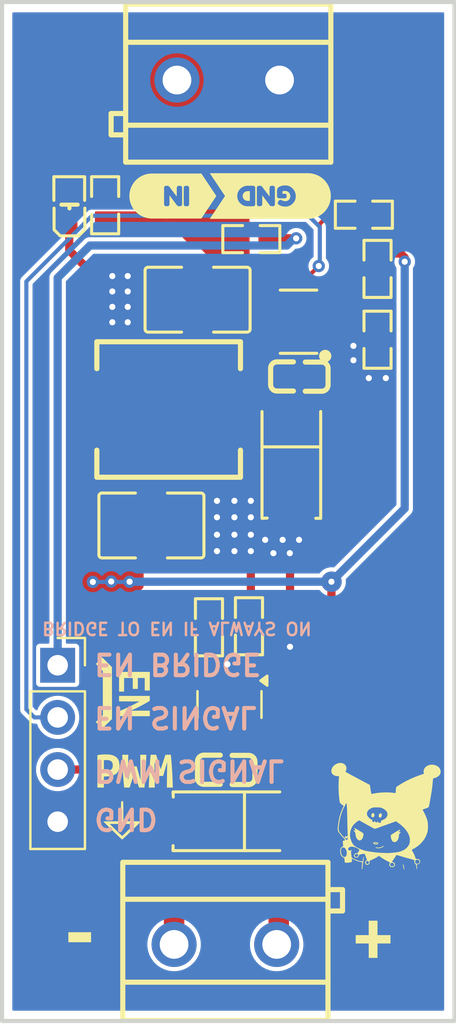
<source format=kicad_pcb>
(kicad_pcb (version 20241229) (generator "pcbnew") (generator_version "9.0")
  (layers (0 "F.Cu" signal) (2 "B.Cu" signal) (13 "F.Paste" user) (15 "B.Paste" user) (5 "F.SilkS" user "F.Silkscreen") (7 "B.SilkS" user "B.Silkscreen") (1 "F.Mask" user) (3 "B.Mask" user) (25 "Edge.Cuts" user))
  (net 0 "")
  (net 1 "/BS")
  (net 2 "/IN")
  (net 3 "/GND")
  (net 4 "/12V")
  (net 5 "/FB")
  (net 6 "/EN")
  (net 7 "Net-(LED1-A)")
  (net 8 "/SW")
  (net 9 "Net-(Q1-G)")
  (net 10 "/PWM")
  (net 11 "/EN_BR")
  (net 12 "/FAN-")
  (footprint "easyeda2kicad:R0603" (layer "F.Cu") (at 118.535 47.71 90)
    (property "Reference" "R5" (hide yes))
    (property "Value" "10K" (hide yes))
    (pad "1" smd rect (at -0.75 0 90) (size 0.81 0.86) (layers "F.Cu" "F.Mask" "F.Paste") (net 9 "Net-(Q1-G)"))
    (pad "2" smd rect (at 0.75 0 90) (size 0.81 0.86) (layers "F.Cu" "F.Mask" "F.Paste") (net 10 "/PWM"))
  )
  (footprint "kibuzzard-68139A75" (layer "F.Cu") (at 114.901702 50.961623 -90)
    (property "Reference" "kibuzzard-68139A75" (hide yes))
    (property "Value" "G***" (hide yes))
  )
  (footprint "easyeda2kicad:IND-SMD_L7.0-W6.6_0630CDMCCDS" (layer "F.Cu") (at 116.57 37.1)
    (property "Reference" "L1" (hide yes))
    (property "Value" "10uH" (hide yes))
    (pad "1" smd rect (at -3.03 0) (size 2.35 3.5) (layers "F.Cu" "F.Mask" "F.Paste") (net 4 "/12V"))
    (pad "2" smd rect (at 3.03 0) (size 2.35 3.5) (layers "F.Cu" "F.Mask" "F.Paste") (net 8 "/SW"))
  )
  (footprint "easyeda2kicad:R0603" (layer "F.Cu") (at 113.475 27.15 -90)
    (property "Reference" "R4" (hide yes))
    (property "Value" "R1" (hide yes))
    (pad "1" smd rect (at -0.75 0 270) (size 0.81 0.86) (layers "F.Cu" "F.Mask" "F.Paste") (net 7 "Net-(LED1-A)"))
    (pad "2" smd rect (at 0.75 0 270) (size 0.81 0.86) (layers "F.Cu" "F.Mask" "F.Paste") (net 2 "/IN"))
  )
  (footprint "LOGO" (layer "F.Cu") (at 126.885 56.566062)
    (property "Reference" "G***" (hide yes))
    (property "Value" "LOGO" (hide yes))
  )
  (footprint "Package_TO_SOT_SMD:SOT-23" (layer "F.Cu") (at 119.535 51.4725 -90)
    (property "Reference" "Q1" (hide yes))
    (property "Value" "AO3400A" (hide yes))
    (pad "1" smd roundrect (at -0.9375 -0.95 270) (size 1.475 0.6) (layers "F.Cu" "F.Mask" "F.Paste") (net 9 "Net-(Q1-G)"))
    (pad "2" smd roundrect (at -0.9375 0.95 270) (size 1.475 0.6) (layers "F.Cu" "F.Mask" "F.Paste") (net 3 "/GND"))
    (pad "3" smd roundrect (at 0.9375 0 270) (size 1.475 0.6) (layers "F.Cu" "F.Mask" "F.Paste") (net 12 "/FAN-"))
  )
  (footprint "kibuzzard-67F7E75E" (layer "F.Cu") (at 112.235 62.81)
    (property "Reference" "kibuzzard-67F7E75E" (hide yes))
    (property "Value" "G***" (hide yes))
  )
  (footprint "easyeda2kicad:C0603" (layer "F.Cu") (at 122.95 35.5)
    (property "Reference" "C1" (hide yes))
    (property "Value" "1uF 25V" (hide yes))
    (pad "1" smd rect (at -0.7 0) (size 0.8 0.9) (layers "F.Cu" "F.Mask" "F.Paste") (net 8 "/SW"))
    (pad "2" smd rect (at 0.7 0) (size 0.8 0.9) (layers "F.Cu" "F.Mask" "F.Paste") (net 1 "/BS"))
  )
  (footprint "kibuzzard-68139A87" (layer "F.Cu") (at 114.935 54.71)
    (property "Reference" "kibuzzard-68139A87" (hide yes))
    (property "Value" "G***" (hide yes))
  )
  (footprint "easyeda2kicad:SOT-23-6_L2.9-W1.6-P0.95-LS2.8-BL" (layer "F.Cu") (at 122.9 32.8225 90)
    (property "Reference" "U1" (hide yes))
    (property "Value" "ME3116" (hide yes))
    (pad "1" smd rect (at -0.95 1.15 90) (size 0.53 1.07) (layers "F.Cu" "F.Mask" "F.Paste") (net 1 "/BS"))
    (pad "2" smd rect (at 0 1.15 90) (size 0.53 1.07) (layers "F.Cu" "F.Mask" "F.Paste") (net 3 "/GND"))
    (pad "3" smd rect (at 0.95 1.15 90) (size 0.53 1.07) (layers "F.Cu" "F.Mask" "F.Paste") (net 5 "/FB"))
    (pad "4" smd rect (at 0.95 -1.15 90) (size 0.53 1.07) (layers "F.Cu" "F.Mask" "F.Paste") (net 6 "/EN"))
    (pad "5" smd rect (at 0 -1.15 90) (size 0.53 1.07) (layers "F.Cu" "F.Mask" "F.Paste") (net 2 "/IN"))
    (pad "6" smd rect (at -0.95 -1.15 90) (size 0.53 1.07) (layers "F.Cu" "F.Mask" "F.Paste") (net 8 "/SW"))
  )
  (footprint "easyeda2kicad:LED0603-R-RD" (layer "F.Cu") (at 111.725 27.2 90)
    (property "Reference" "LED1" (hide yes))
    (property "Value" "GREEN" (hide yes))
    (pad "1" smd rect (at 0.85 0 180) (size 0.8 0.8) (layers "F.Cu" "F.Mask" "F.Paste") (net 7 "Net-(LED1-A)"))
    (pad "2" smd rect (at -0.85 0 180) (size 0.8 0.8) (layers "F.Cu" "F.Mask" "F.Paste") (net 3 "/GND"))
  )
  (footprint "kibuzzard-67E9F36D" (layer "F.Cu") (at 121.525 26.7 180)
    (property "Reference" "kibuzzard-67E9F36D" (hide yes))
    (property "Value" "G***" (hide yes))
  )
  (footprint "easyeda2kicad:SMA_L4.3-W2.6-LS5.2-RD" (layer "F.Cu") (at 122.55 39.8 -90)
    (property "Reference" "D1" (hide yes))
    (property "Value" "SS34" (hide yes))
    (pad "1" smd rect (at -2.2 0 90) (size 2 2) (layers "F.Cu" "F.Mask" "F.Paste") (net 8 "/SW"))
    (pad "2" smd rect (at 2.2 0 90) (size 2 2) (layers "F.Cu" "F.Mask" "F.Paste") (net 3 "/GND"))
  )
  (footprint "easyeda2kicad:C1210" (layer "F.Cu") (at 117.98 31.75)
    (property "Reference" "C2" (hide yes))
    (property "Value" "10uF 50V" (hide yes))
    (pad "1" smd rect (at -1.52 0) (size 1.63 2.7) (layers "F.Cu" "F.Mask" "F.Paste") (net 3 "/GND"))
    (pad "2" smd rect (at 1.52 0) (size 1.63 2.7) (layers "F.Cu" "F.Mask" "F.Paste") (net 2 "/IN"))
  )
  (footprint "easyeda2kicad:R0603" (layer "F.Cu") (at 126.085 27.61)
    (property "Reference" "R7" (hide yes))
    (property "Value" "100k" (hide yes))
    (pad "1" smd rect (at -0.75 0) (size 0.81 0.86) (layers "F.Cu" "F.Mask" "F.Paste") (net 6 "/EN"))
    (pad "2" smd rect (at 0.75 0) (size 0.81 0.86) (layers "F.Cu" "F.Mask" "F.Paste") (net 3 "/GND"))
  )
  (footprint "easyeda2kicad:R0603" (layer "F.Cu") (at 120.485 47.66 90)
    (property "Reference" "R6" (hide yes))
    (property "Value" "10K" (hide yes))
    (pad "1" smd rect (at -0.75 0 90) (size 0.81 0.86) (layers "F.Cu" "F.Mask" "F.Paste") (net 9 "Net-(Q1-G)"))
    (pad "2" smd rect (at 0.75 0 90) (size 0.81 0.86) (layers "F.Cu" "F.Mask" "F.Paste") (net 3 "/GND"))
  )
  (footprint "Connector_PinSocket_2.54mm:PinSocket_1x04_P2.54mm_Vertical" (layer "F.Cu") (at 111.16 49.56)
    (property "Reference" "J1" (hide yes))
    (property "Value" "Conn_01x04_Pin" (hide yes))
    (pad "1" thru_hole rect (at 0 0) (size 1.7 1.7) (drill 1) (layers "*.Cu" "*.Mask") (net 11 "/EN_BR"))
    (pad "2" thru_hole circle (at 0 2.54) (size 1.7 1.7) (drill 1) (layers "*.Cu" "*.Mask") (net 6 "/EN"))
    (pad "3" thru_hole circle (at 0 5.08) (size 1.7 1.7) (drill 1) (layers "*.Cu" "*.Mask") (net 10 "/PWM"))
    (pad "4" thru_hole circle (at 0 7.62) (size 1.7 1.7) (drill 1) (layers "*.Cu" "*.Mask") (net 3 "/GND"))
  )
  (footprint "easyeda2kicad:C1210" (layer "F.Cu") (at 115.73 42.75 180)
    (property "Reference" "C3" (hide yes))
    (property "Value" "22uF 25V" (hide yes))
    (pad "1" smd rect (at -1.52 0 180) (size 1.63 2.7) (layers "F.Cu" "F.Mask" "F.Paste") (net 3 "/GND"))
    (pad "2" smd rect (at 1.52 0 180) (size 1.63 2.7) (layers "F.Cu" "F.Mask" "F.Paste") (net 4 "/12V"))
  )
  (footprint "kibuzzard-67F7E74D" (layer "F.Cu") (at 126.535 62.91)
    (property "Reference" "kibuzzard-67F7E74D" (hide yes))
    (property "Value" "G***" (hide yes))
  )
  (footprint "easyeda2kicad:R0603" (layer "F.Cu") (at 126.75 33.7 90)
    (property "Reference" "R2" (hide yes))
    (property "Value" "R1" (hide yes))
    (pad "1" smd rect (at -0.75 0 90) (size 0.81 0.86) (layers "F.Cu" "F.Mask" "F.Paste") (net 3 "/GND"))
    (pad "2" smd rect (at 0.75 0 90) (size 0.81 0.86) (layers "F.Cu" "F.Mask" "F.Paste") (net 5 "/FB"))
  )
  (footprint "easyeda2kicad:C0603" (layer "F.Cu") (at 119.385 54.66)
    (property "Reference" "C4" (hide yes))
    (property "Value" "1uF" (hide yes))
    (pad "1" smd rect (at -0.7 0) (size 0.8 0.9) (layers "F.Cu" "F.Mask" "F.Paste") (net 12 "/FAN-"))
    (pad "2" smd rect (at 0.7 0) (size 0.8 0.9) (layers "F.Cu" "F.Mask" "F.Paste") (net 4 "/12V"))
  )
  (footprint "LOGO" (layer "F.Cu") (at 114.901702 50.961623 -90)
    (property "Reference" "G***" (hide yes))
    (property "Value" "LOGO" (hide yes))
  )
  (footprint "LOGO" (layer "F.Cu") (at 114.435 57.21)
    (property "Reference" "G***" (hide yes))
    (property "Value" "LOGO" (hide yes))
  )
  (footprint "easyeda2kicad:R0603" (layer "F.Cu") (at 126.75 30.25 90)
    (property "Reference" "R1" (hide yes))
    (property "Value" "R1" (hide yes))
    (pad "1" smd rect (at -0.75 0 90) (size 0.81 0.86) (layers "F.Cu" "F.Mask" "F.Paste") (net 5 "/FB"))
    (pad "2" smd rect (at 0.75 0 90) (size 0.81 0.86) (layers "F.Cu" "F.Mask" "F.Paste") (net 4 "/12V"))
  )
  (footprint "easyeda2kicad:CONN-TH_P5.00_KF301-5.0-2P" (layer "F.Cu") (at 119.335 63.16)
    (property "Reference" "U4" (hide yes))
    (property "Value" "OUTPUT" (hide yes))
    (pad "1" thru_hole circle (at -2.5 0) (size 2.2 2.2) (drill 1.399997) (layers "*.Cu" "*.Mask") (net 12 "/FAN-"))
    (pad "2" thru_hole circle (at 2.5 0) (size 2.2 2.2) (drill 1.399997) (layers "*.Cu" "*.Mask") (net 4 "/12V"))
  )
  (footprint "kibuzzard-67E9F317" (layer "F.Cu") (at 116.775 26.7 180)
    (property "Reference" "kibuzzard-67E9F317" (hide yes))
    (property "Value" "G***" (hide yes))
  )
  (footprint "easyeda2kicad:R0603" (layer "F.Cu") (at 120.6 28.8)
    (property "Reference" "R3" (hide yes))
    (property "Value" "1M" (hide yes))
    (pad "1" smd rect (at -0.75 0) (size 0.81 0.86) (layers "F.Cu" "F.Mask" "F.Paste") (net 2 "/IN"))
    (pad "2" smd rect (at 0.75 0) (size 0.81 0.86) (layers "F.Cu" "F.Mask" "F.Paste") (net 11 "/EN_BR"))
  )
  (footprint "easyeda2kicad:CONN-TH_P5.00_KF301-5.0-2P" (layer "F.Cu") (at 119.475 21.05 180)
    (property "Reference" "U3" (hide yes))
    (property "Value" "INPUT" (hide yes))
    (pad "1" thru_hole circle (at -2.5 0 180) (size 2.2 2.2) (drill 1.399997) (layers "*.Cu" "*.Mask") (net 3 "/GND"))
    (pad "2" thru_hole circle (at 2.5 0 180) (size 2.2 2.2) (drill 1.399997) (layers "*.Cu" "*.Mask") (net 2 "/IN"))
  )
  (footprint "easyeda2kicad:SMA_L4.3-W2.6-LS5.2-RD" (layer "F.Cu") (at 119.385 57.16 180)
    (property "Reference" "D2" (hide yes))
    (property "Value" "SS34" (hide yes))
    (pad "1" smd rect (at -2.2 0) (size 2 2) (layers "F.Cu" "F.Mask" "F.Paste") (net 4 "/12V"))
    (pad "2" smd rect (at 2.2 0) (size 2 2) (layers "F.Cu" "F.Mask" "F.Paste") (net 12 "/FAN-"))
  )
  (gr_rect (start 108.45 17.25) (end 130.5 66.89) (stroke (width 0.2)) (fill no) (layer "Edge.Cuts"))
  (gr_text "EN SINGAL\n" (at 112.835 51.51 180) (layer "B.SilkS") (effects (font (size 1 1) (thickness 0.2) (bold yes)) (justify left bottom mirror)))
  (gr_text "EN BRIDGE\n" (at 112.835 48.91 180) (layer "B.SilkS") (effects (font (size 1 1) (thickness 0.2) (bold yes)) (justify left bottom mirror)))
  (gr_text "GND\n" (at 112.835 56.46 180) (layer "B.SilkS") (effects (font (size 1 1) (thickness 0.2) (bold yes)) (justify left bottom mirror)))
  (gr_text "PWM SIGNAL\n" (at 112.835 54.11 180) (layer "B.SilkS") (effects (font (size 1 1) (thickness 0.2) (bold yes)) (justify left bottom mirror)))
  (gr_text "BRIDGE TO EN IF ALWAYS ON" (at 110.335 47.41 180) (layer "B.SilkS") (effects (font (size 0.6 0.6) (thickness 0.12) (bold yes)) (justify left bottom mirror)))
  (segment (start 111.725 28.05) (end 111.725 29.35) (width 0.4) (layer "F.Cu") (net 3))
  (segment (start 122.485 48.66) (end 122.485 44.11) (width 0.4) (layer "F.Cu") (net 3))
  (segment (start 111.725 29.35) (end 112.975 30.6) (width 0.4) (layer "F.Cu") (net 3))
  (segment (start 126.835 27.61) (end 126.835 21.96) (width 0.4) (layer "F.Cu") (net 3))
  (segment (start 112.975 30.6) (end 113.825 30.6) (width 0.4) (layer "F.Cu") (net 3))
  (segment (start 120.575 46.82) (end 120.485 46.91) (width 0.4) (layer "F.Cu") (net 3))
  (segment (start 118.835 49.56) (end 118.885 49.51) (width 0.2) (layer "F.Cu") (net 3))
  (segment (start 118.885 49.51) (end 119.435 49.51) (width 0.4) (layer "F.Cu") (net 3))
  (segment (start 118.585 49.81) (end 118.835 49.56) (width 0.4) (layer "F.Cu") (net 3))
  (segment (start 122.485 44.11) (end 122.475 44.1) (width 0.2) (layer "F.Cu") (net 3))
  (segment (start 126.835 21.96) (end 125.925 21.05) (width 0.4) (layer "F.Cu") (net 3))
  (segment (start 118.585 50.535) (end 118.585 49.81) (width 0.4) (layer "F.Cu") (net 3))
  (segment (start 125.925 21.05) (end 121.975 21.05) (width 0.4) (layer "F.Cu") (net 3))
  (segment (start 120.575 44) (end 120.575 46.82) (width 0.4) (layer "F.Cu") (net 3))
  (via (at 122.125 43.45) (size 0.6) (drill 0.3) (layers "F.Cu" "B.Cu") (net 3))
  (via (at 113.825 31.35) (size 0.6) (drill 0.3) (layers "F.Cu" "B.Cu") (net 3))
  (via (at 121.675 44.1) (size 0.6) (drill 0.3) (layers "F.Cu" "B.Cu") (net 3))
  (via (at 119.775 43.2) (size 0.6) (drill 0.3) (layers "F.Cu" "B.Cu") (net 3))
  (via (at 122.925 43.45) (size 0.6) (drill 0.3) (layers "F.Cu" "B.Cu") (net 3))
  (via (at 126.325 35.57) (size 0.6) (drill 0.3) (layers "F.Cu" "B.Cu") (net 3))
  (via (at 114.575 32.1) (size 0.6) (drill 0.3) (layers "F.Cu" "B.Cu") (net 3))
  (via (at 114.575 32.85) (size 0.6) (drill 0.3) (layers "F.Cu" "B.Cu") (net 3))
  (via (at 127.155 35.57) (size 0.6) (drill 0.3) (layers "F.Cu" "B.Cu") (net 3))
  (via (at 122.485 48.66) (size 0.6) (drill 0.3) (layers "F.Cu" "B.Cu") (net 3))
  (via (at 120.575 44) (size 0.6) (drill 0.3) (layers "F.Cu" "B.Cu") (net 3))
  (via (at 120.575 43.2) (size 0.6) (drill 0.3) (layers "F.Cu" "B.Cu") (net 3))
  (via (at 119.775 44) (size 0.6) (drill 0.3) (layers "F.Cu" "B.Cu") (net 3))
  (via (at 119.435 49.51) (size 0.6) (drill 0.3) (layers "F.Cu" "B.Cu") (net 3))
  (via (at 118.925 43.2) (size 0.6) (drill 0.3) (layers "F.Cu" "B.Cu") (net 3))
  (via (at 125.575 34.7) (size 0.6) (drill 0.3) (layers "F.Cu" "B.Cu") (net 3))
  (via (at 122.475 44.1) (size 0.6) (drill 0.3) (layers "F.Cu" "B.Cu") (net 3))
  (via (at 114.575 30.6) (size 0.6) (drill 0.3) (layers "F.Cu" "B.Cu") (net 3))
  (via (at 118.925 42.35) (size 0.6) (drill 0.3) (layers "F.Cu" "B.Cu") (net 3))
  (via (at 121.275 43.45) (size 0.6) (drill 0.3) (layers "F.Cu" "B.Cu") (net 3))
  (via (at 114.575 31.35) (size 0.6) (drill 0.3) (layers "F.Cu" "B.Cu") (net 3))
  (via (at 125.575 34) (size 0.6) (drill 0.3) (layers "F.Cu" "B.Cu") (net 3))
  (via (at 120.575 41.55) (size 0.6) (drill 0.3) (layers "F.Cu" "B.Cu") (net 3))
  (via (at 113.825 32.85) (size 0.6) (drill 0.3) (layers "F.Cu" "B.Cu") (net 3))
  (via (at 118.925 44) (size 0.6) (drill 0.3) (layers "F.Cu" "B.Cu") (net 3))
  (via (at 119.775 42.35) (size 0.6) (drill 0.3) (layers "F.Cu" "B.Cu") (net 3))
  (via (at 113.825 32.1) (size 0.6) (drill 0.3) (layers "F.Cu" "B.Cu") (net 3))
  (via (at 113.825 30.6) (size 0.6) (drill 0.3) (layers "F.Cu" "B.Cu") (net 3))
  (via (at 118.925 41.55) (size 0.6) (drill 0.3) (layers "F.Cu" "B.Cu") (net 3))
  (via (at 120.575 42.35) (size 0.6) (drill 0.3) (layers "F.Cu" "B.Cu") (net 3))
  (via (at 119.775 41.55) (size 0.6) (drill 0.3) (layers "F.Cu" "B.Cu") (net 3))
  (segment (start 122.085 49.11) (end 122.085 49.06) (width 0.2) (layer "B.Cu") (net 3))
  (segment (start 121.635 49.51) (end 119.435 49.51) (width 0.4) (layer "B.Cu") (net 3))
  (segment (start 122.485 48.66) (end 121.635 49.51) (width 0.4) (layer "B.Cu") (net 3))
  (segment (start 122.085 49.06) (end 122.485 48.66) (width 0.2) (layer "B.Cu") (net 3))
  (segment (start 121.585 62.91) (end 121.835 63.16) (width 0.4) (layer "F.Cu") (net 4))
  (segment (start 128.075 29.9) (end 128.075 29.7) (width 0.4) (layer "F.Cu") (net 4))
  (segment (start 120.085 56.51) (end 120.735 57.16) (width 0.4) (layer "F.Cu") (net 4))
  (segment (start 121.885 62.61) (end 121.585 62.91) (width 1) (layer "F.Cu") (net 4))
  (segment (start 127.875 29.5) (end 126.75 29.5) (width 0.4) (layer "F.Cu") (net 4))
  (segment (start 121.585 57.16) (end 121.935 57.51) (width 1) (layer "F.Cu") (net 4))
  (segment (start 120.085 54.66) (end 120.085 56.51) (width 0.4) (layer "F.Cu") (net 4))
  (segment (start 121.935 57.51) (end 121.935 62.56) (width 1) (layer "F.Cu") (net 4))
  (segment (start 124.505 53.34) (end 123.185 54.66) (width 0.4) (layer "F.Cu") (net 4))
  (segment (start 120.735 57.16) (end 121.585 57.16) (width 0.4) (layer "F.Cu") (net 4))
  (segment (start 124.505 45.49) (end 124.505 53.34) (width 0.4) (layer "F.Cu") (net 4))
  (segment (start 121.935 62.56) (end 121.585 62.91) (width 1) (layer "F.Cu") (net 4))
  (segment (start 128.075 29.7) (end 127.875 29.5) (width 0.4) (layer "F.Cu") (net 4))
  (segment (start 123.185 54.66) (end 120.085 54.66) (width 0.4) (layer "F.Cu") (net 4))
  (via (at 113.77 45.48) (size 0.6) (drill 0.3) (layers "F.Cu" "B.Cu") (net 4))
  (via (at 112.875 45.5) (size 0.6) (drill 0.3) (layers "F.Cu" "B.Cu") (net 4))
  (via (at 124.505 45.49) (size 1) (drill 0.3) (layers "F.Cu" "B.Cu") (net 4))
  (via (at 128.075 29.9) (size 0.6) (drill 0.3) (layers "F.Cu" "B.Cu") (net 4))
  (via (at 114.665 45.49) (size 0.6) (drill 0.3) (layers "F.Cu" "B.Cu") (net 4))
  (segment (start 128.075 41.92) (end 128.075 29.9) (width 0.4) (layer "B.Cu") (net 4))
  (segment (start 114.665 45.49) (end 116.335 45.49) (width 0.4) (layer "B.Cu") (net 4))
  (segment (start 114.655 45.5) (end 114.665 45.49) (width 0.2) (layer "B.Cu") (net 4))
  (segment (start 124.505 45.49) (end 114.665 45.49) (width 0.4) (layer "B.Cu") (net 4))
  (segment (start 124.505 45.49) (end 128.075 41.92) (width 0.4) (layer "B.Cu") (net 4))
  (segment (start 112.875 45.5) (end 114.655 45.5) (width 0.2) (layer "B.Cu") (net 4))
  (segment (start 124.385 27.61) (end 123.935 28.06) (width 0.2) (layer "F.Cu") (net 6))
  (segment (start 121.1975 31.8725) (end 121.75 31.8725) (width 0.2) (layer "F.Cu") (net 6))
  (segment (start 125.335 27.61) (end 124.385 27.61) (width 0.2) (layer "F.Cu") (net 6))
  (segment (start 123.935 28.06) (end 123.935 30.06) (width 0.2) (layer "F.Cu") (net 6))
  (segment (start 121.035 31.71) (end 121.1975 31.8725) (width 0.2) (layer "F.Cu") (net 6))
  (segment (start 123.485 30.51) (end 121.285 30.51) (width 0.2) (layer "F.Cu") (net 6))
  (segment (start 121.285 30.51) (end 121.035 30.76) (width 0.2) (layer "F.Cu") (net 6))
  (segment (start 123.885 30.11) (end 123.485 30.51) (width 0.2) (layer "F.Cu") (net 6))
  (segment (start 123.935 30.06) (end 123.885 30.11) (width 0.2) (layer "F.Cu") (net 6))
  (segment (start 121.035 30.76) (end 121.035 31.71) (width 0.2) (layer "F.Cu") (net 6))
  (via (at 123.885 30.11) (size 0.6) (drill 0.3) (layers "F.Cu" "B.Cu") (net 6))
  (segment (start 123.385 27.66) (end 123.935 28.21) (width 0.2) (layer "B.Cu") (net 6))
  (segment (start 123.935 28.21) (end 123.935 30.06) (width 0.2) (layer "B.Cu") (net 6))
  (segment (start 110.025 52.1) (end 109.635 51.71) (width 0.2) (layer "B.Cu") (net 6))
  (segment (start 109.635 51.71) (end 109.635 30.86) (width 0.2) (layer "B.Cu") (net 6))
  (segment (start 109.635 30.86) (end 112.835 27.66) (width 0.2) (layer "B.Cu") (net 6))
  (segment (start 123.935 30.06) (end 123.885 30.11) (width 0.2) (layer "B.Cu") (net 6))
  (segment (start 112.835 27.66) (end 123.385 27.66) (width 0.2) (layer "B.Cu") (net 6))
  (segment (start 111.835 52.1) (end 110.025 52.1) (width 0.2) (layer "B.Cu") (net 6))
  (segment (start 113.425 26.35) (end 113.475 26.4) (width 0.2) (layer "F.Cu") (net 7))
  (segment (start 111.725 26.35) (end 113.425 26.35) (width 0.4) (layer "F.Cu") (net 7))
  (segment (start 120.435 48.46) (end 120.485 48.41) (width 0.2) (layer "F.Cu") (net 9))
  (segment (start 120.485 48.41) (end 120.485 50.535) (width 0.4) (layer "F.Cu") (net 9))
  (segment (start 118.535 48.46) (end 120.435 48.46) (width 0.4) (layer "F.Cu") (net 9))
  (segment (start 116.635 54.01) (end 116.005 54.64) (width 0.4) (layer "F.Cu") (net 10))
  (segment (start 117.535 46.96) (end 116.635 47.86) (width 0.4) (layer "F.Cu") (net 10))
  (segment (start 116.005 54.64) (end 111.16 54.64) (width 0.4) (layer "F.Cu") (net 10))
  (segment (start 116.635 47.86) (end 116.635 48.86) (width 0.4) (layer "F.Cu") (net 10))
  (segment (start 118.535 46.96) (end 117.535 46.96) (width 0.4) (layer "F.Cu") (net 10))
  (segment (start 116.635 48.86) (end 116.635 54.01) (width 0.4) (layer "F.Cu") (net 10))
  (segment (start 121.36 28.79) (end 121.35 28.8) (width 0.2) (layer "F.Cu") (net 11))
  (segment (start 121.39 28.76) (end 121.35 28.8) (width 0.4) (layer "F.Cu") (net 11))
  (segment (start 122.785 28.76) (end 121.39 28.76) (width 0.4) (layer "F.Cu") (net 11))
  (via (at 122.785 28.76) (size 0.6) (drill 0.3) (layers "F.Cu" "B.Cu") (net 11))
  (segment (start 122.685 28.76) (end 122.335 29.11) (width 0.4) (layer "B.Cu") (net 11))
  (segment (start 111.16 30.685) (end 111.16 49.56) (width 0.4) (layer "B.Cu") (net 11))
  (segment (start 122.335 29.11) (end 112.735 29.11) (width 0.4) (layer "B.Cu") (net 11))
  (segment (start 122.785 28.76) (end 122.685 28.76) (width 0.4) (layer "B.Cu") (net 11))
  (segment (start 112.735 29.11) (end 111.16 30.685) (width 0.4) (layer "B.Cu") (net 11))
  (segment (start 117.185 62.81) (end 116.835 63.16) (width 0.2) (layer "F.Cu") (net 12))
  (segment (start 118.685 54.66) (end 118.685 56.31) (width 0.4) (layer "F.Cu") (net 12))
  (segment (start 116.835 62.46) (end 117.185 62.81) (width 1) (layer "F.Cu") (net 12))
  (segment (start 119.535 52.41) (end 119.535 53.26) (width 0.4) (layer "F.Cu") (net 12))
  (segment (start 117.835 57.16) (end 117.185 57.16) (width 0.2) (layer "F.Cu") (net 12))
  (segment (start 116.835 57.51) (end 117.185 57.16) (width 0.2) (layer "F.Cu") (net 12))
  (segment (start 116.835 57.51) (end 116.835 62.46) (width 1) (layer "F.Cu") (net 12))
  (segment (start 118.685 54.11) (end 118.685 54.66) (width 0.4) (layer "F.Cu") (net 12))
  (segment (start 118.685 56.31) (end 117.835 57.16) (width 0.4) (layer "F.Cu") (net 12))
  (segment (start 119.535 53.26) (end 118.685 54.11) (width 0.4) (layer "F.Cu") (net 12))
  (zone (net 3) (net_name "/GND") (layer "F.Cu") (priority 11) (connect_pads yes (clearance 0.1)) (min_thickness 0.25) (fill yes (thermal_gap 0.5) (thermal_bridge_width 0.5))
    (polygon (pts (xy 117.475 29.85) (xy 117.475 33.6) (xy 113.9625 33.6) (xy 113.225 32.8625) (xy 113.225 30.353125) (xy 113.728125 29.85)))
  )
  (zone (net 3) (net_name "/GND") (layer "F.Cu") (priority 10) (connect_pads yes (clearance 0.1)) (min_thickness 0.25) (fill yes (thermal_gap 0.5) (thermal_bridge_width 0.5))
    (polygon (pts (xy 123.475 32.5) (xy 123.475 33.1) (xy 124.675 33.1) (xy 125.075 33.5) (xy 125.075 35.245) (xy 125.83 36) (xy 127.575 36) (xy 127.575 33.9) (xy 126.1375 33.9) (xy 125.875 33.6375) (xy 125.875 32.85) (xy 125.525 32.5)))
  )
  (zone (net 4) (net_name "/12V") (layer "F.Cu") (priority 4) (connect_pads yes (clearance 0.1)) (min_thickness 0.25) (fill yes (thermal_gap 0.5) (thermal_bridge_width 0.5))
    (polygon (pts (xy 112.2 35.04) (xy 114.8 35.04) (xy 114.8 40.94) (xy 115.0125 40.94) (xy 115.35 41.2775) (xy 115.35 45.769375) (xy 114.859375 46.26) (xy 112.7375 46.26) (xy 112.2 45.7225)))
  )
  (zone (net 2) (net_name "/IN") (layer "F.Cu") (connect_pads yes (clearance 0.1)) (min_thickness 0.25) (fill yes (thermal_gap 0.5) (thermal_bridge_width 0.5))
    (polygon (pts (xy 118.6 28) (xy 120.5 28) (xy 120.5 32.5) (xy 122.3 32.5) (xy 122.3 33.15) (xy 118.6 33.15)))
  )
  (zone (net 1) (net_name "/BS") (layer "F.Cu") (priority 3) (connect_pads yes (clearance 0.1)) (min_thickness 0.25) (fill yes (thermal_gap 0.5) (thermal_bridge_width 0.5))
    (polygon (pts (xy 123.45 33.45) (xy 124.65 33.45) (xy 124.65 36.1) (xy 123.15 36.1) (xy 123.15 34.65) (xy 123.45 34.65)))
  )
  (zone (net 2) (net_name "/IN") (layer "F.Cu") (priority 12) (connect_pads yes (clearance 0.1)) (min_thickness 0.25) (fill yes (thermal_gap 0.5) (thermal_bridge_width 0.5))
    (polygon (pts (xy 115.575 27.05) (xy 117.625 29.1) (xy 117.95625 29.1) (xy 118.6 29.74375) (xy 118.6 33.15) (xy 120.525 33.15) (xy 120.508399 26.594909) (xy 119.503557 25.6) (xy 118.90625 25.6) (xy 118.375 25.06875) (xy 118.375 19.6) (xy 115.575 19.6)))
  )
  (zone (net 8) (net_name "/SW") (layer "F.Cu") (priority 1) (connect_pads yes (clearance 0.1)) (min_thickness 0.25) (fill yes (thermal_gap 0.5) (thermal_bridge_width 0.5))
    (polygon (pts (xy 121.15 33.45) (xy 122.35 33.45) (xy 122.35 35) (xy 122.7 35) (xy 122.7 36.5) (xy 123.65 36.5) (xy 123.65 38.7) (xy 120.85 38.7) (xy 120.85 38.9) (xy 118.35 38.9) (xy 118.35 35.25) (xy 121.15 35.25)))
  )
  (zone (net 2) (net_name "/IN") (layer "F.Cu") (priority 13) (connect_pads yes (clearance 0.05)) (min_thickness 0.1) (fill yes (thermal_gap 0.5) (thermal_bridge_width 0.5))
    (polygon (pts (xy 112.975 27.45) (xy 116.075 27.45) (xy 116.975 28.35) (xy 112.975 28.35)))
  )
  (zone (net 3) (net_name "/GND") (layer "F.Cu") (priority 6) (connect_pads yes (clearance 0.1)) (min_thickness 0.25) (fill yes (thermal_gap 0.5) (thermal_bridge_width 0.5))
    (polygon (pts (xy 116.4 40.95) (xy 116.4 44.55) (xy 122.7625 44.55) (xy 123.9 43.4125) (xy 123.9 40.95)))
  )
  (zone (net 5) (net_name "/FB") (layer "F.Cu") (priority 2) (connect_pads yes (clearance 0.1)) (min_thickness 0.25) (fill yes (thermal_gap 0.5) (thermal_bridge_width 0.5))
    (polygon (pts (xy 126.3 30.55) (xy 127.2 30.55) (xy 127.2 33.4) (xy 126.3 33.4) (xy 126.3 32.2) (xy 123.45 32.2) (xy 123.45 31.55) (xy 126.3 31.55)))
  )
  (zone (net 3) (net_name "/GND") (layer "B.Cu") (priority 9) (connect_pads yes (clearance 0.05)) (min_thickness 0.1) (fill yes (thermal_gap 0.5) (thermal_bridge_width 0.5))
    (polygon (pts (xy 108.525 17.35) (xy 130.525 17.35) (xy 130.525 66.96) (xy 108.525 66.96)))
  )
)
</source>
